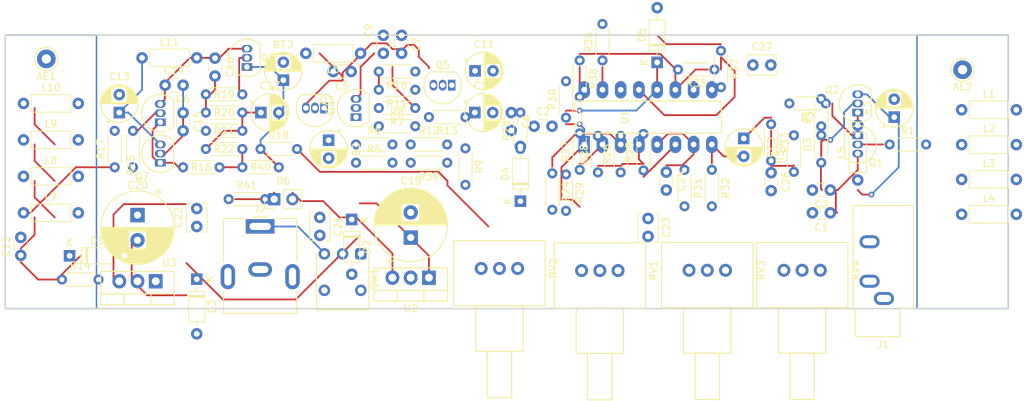
<source format=kicad_pcb>
(kicad_pcb (version 20221018) (generator pcbnew)
  (layers (0 "F.Cu" signal) (31 "B.Cu" signal) (34 "B.Paste" user) (35 "F.Paste" user) (36 "B.SilkS" user "B.Silkscreen") (37 "F.SilkS" user "F.Silkscreen") (38 "B.Mask" user) (39 "F.Mask" user) (44 "Edge.Cuts" user))
  (net 0 "")
  (net 1 "Net-(AE1-A)")
  (net 2 "Net-(AE2-A)")
  (net 3 "PitchAntenna")
  (net 4 "Detector")
  (net 5 "+12V")
  (net 6 "Net-(C3-Pad2)")
  (net 7 "Earth")
  (net 8 "Net-(Q3-C)")
  (net 9 "Net-(C9-Pad1)")
  (net 10 "Net-(C10-Pad1)")
  (net 11 "Net-(Q5-E)")
  (net 12 "Net-(D1-A)")
  (net 13 "Volume Antenna B")
  (net 14 "Net-(Q6-C)")
  (net 15 "Net-(Q7-B)")
  (net 16 "Net-(C16-Pad2)")
  (net 17 "Net-(Q8-E)")
  (net 18 "Net-(C17-Pad1)")
  (net 19 "Net-(D2-K)")
  (net 20 "Net-(D3-A)")
  (net 21 "-12V")
  (net 22 "Net-(U1C-+)")
  (net 23 "Net-(C24-Pad1)")
  (net 24 "Net-(C25-Pad1)")
  (net 25 "Net-(C25-Pad2)")
  (net 26 "Audio Out")
  (net 27 "Volume Antenna A")
  (net 28 "Net-(D1-K)")
  (net 29 "VAC")
  (net 30 "Net-(D5-K)")
  (net 31 "Net-(D5-A)")
  (net 32 "Net-(L1-Pad2)")
  (net 33 "Net-(L2-Pad2)")
  (net 34 "Net-(L3-Pad2)")
  (net 35 "Net-(L8-Pad2)")
  (net 36 "Net-(L10-Pad1)")
  (net 37 "Net-(Q1-E)")
  (net 38 "Net-(Q1-B)")
  (net 39 "Net-(Q2-B)")
  (net 40 "Net-(Q3-E)")
  (net 41 "Net-(Q3-B)")
  (net 42 "Net-(Q4-B)")
  (net 43 "Net-(Q5-B)")
  (net 44 "Net-(Q6-E)")
  (net 45 "Net-(Q6-B)")
  (net 46 "Net-(Q8-B)")
  (net 47 "Pitch Tuning")
  (net 48 "Volume Tuning")
  (net 49 "Net-(U1C--)")
  (net 50 "Brightness")
  (net 51 "Net-(U1C-DIODE_BIAS)")
  (net 52 "Waveform")
  (net 53 "Net-(R29-Pad1)")
  (net 54 "Net-(U1A-DIODE_BIAS)")
  (net 55 "Net-(R38-Pad2)")
  (net 58 "Net-(SW1-C)")
  (net 59 "Net-(D6-K)")
  (net 60 "Net-(C7-Pad2)")
  (footprint "Capacitor_THT:C_Disc_D3.0mm_W1.6mm_P2.50mm" (layer "F.Cu") (at 95.885 36.195 -90)
    (fp_text reference "C6")
    (fp_text value "22pF")
  )
  (footprint "Inductor_THT:L_Axial_L5.3mm_D2.2mm_P7.62mm_Horizontal_Vishay_IM-1" (layer "F.Cu") (at 27.94 40.005)
    (fp_text reference "L9")
    (fp_text value "5mH")
  )
  (footprint "Capacitor_THT:C_Disc_D3.8mm_W2.6mm_P2.50mm" (layer "F.Cu") (at 52.07 52.07 90)
    (fp_text reference "C22")
    (fp_text value "0.1uF")
  )
  (footprint "Button_Switch_THT:SW_Push_1P2T_Vertical_E-Switch_800UDP8P1A1M6" (layer "F.Cu") (at 74.93 55.88 -90)
    (fp_text reference "SW1")
    (fp_text value "SW_SPDT")
  )
  (footprint "Capacitor_THT:C_Disc_D3.0mm_W1.6mm_P2.50mm" (layer "F.Cu") (at 78.065 27.94 90)
    (fp_text reference "C9")
    (fp_text value "33pF")
  )
  (footprint "Resistor_THT:R_Axial_DIN0204_L3.6mm_D1.6mm_P5.08mm_Horizontal" (layer "F.Cu") (at 124.1825 30.2025 180)
    (fp_text reference "R35")
    (fp_text value "1.8M")
  )
  (footprint "Resistor_THT:R_Axial_DIN0204_L3.6mm_D1.6mm_P5.08mm_Horizontal" (layer "F.Cu") (at 120.015 44.1725 -90)
    (fp_text reference "R31")
    (fp_text value "4.7K")
  )
  (footprint "Capacitor_THT:CP_Radial_D5.0mm_P2.50mm" (layer "F.Cu") (at 90.837388 30.385)
    (fp_text reference "C11")
    (fp_text value "1uF")
  )
  (footprint "Resistor_THT:R_Axial_DIN0204_L3.6mm_D1.6mm_P5.08mm_Horizontal" (layer "F.Cu") (at 97.155 41.275 90)
    (fp_text reference "R23")
    (fp_text value "10K")
  )
  (footprint "Resistor_THT:R_Axial_DIN0204_L3.6mm_D1.6mm_P5.08mm_Horizontal" (layer "F.Cu") (at 111.125 44.53 90)
    (fp_text reference "R26")
    (fp_text value "R_US")
  )
  (footprint "Resistor_THT:R_Axial_DIN0204_L3.6mm_D1.6mm_P5.08mm_Horizontal" (layer "F.Cu") (at 132.08 37.8225 -90)
    (fp_text reference "R33")
    (fp_text value "4.7K")
  )
  (footprint "Potentiometer_THT:Potentiometer_Vishay_148-149_Single_Horizontal" (layer "F.Cu") (at 133.858 58.166 -90)
    (fp_text reference "RV4")
    (fp_text value "50K")
  )
  (footprint "Capacitor_THT:C_Disc_D3.8mm_W2.6mm_P2.50mm" (layer "F.Cu") (at 129.54 29.5675)
    (fp_text reference "C27")
    (fp_text value "0.1uF")
  )
  (footprint "Inductor_THT:L_Axial_L5.3mm_D2.2mm_P7.62mm_Horizontal_Vishay_IM-1" (layer "F.Cu") (at 27.94 45.085)
    (fp_text reference "L8")
    (fp_text value "2.5mH")
  )
  (footprint "Resistor_THT:R_Axial_DIN0204_L3.6mm_D1.6mm_P5.08mm_Horizontal" (layer "F.Cu") (at 108.585 28.9325 90)
    (fp_text reference "R36")
    (fp_text value "1.8M")
  )
  (footprint "Capacitor_THT:C_Disc_D3.0mm_W1.6mm_P2.50mm" (layer "F.Cu") (at 132.08 44.57 -90)
    (fp_text reference "C26")
    (fp_text value "0.01uF")
  )
  (footprint "Capacitor_THT:C_Disc_D3.8mm_W2.6mm_P2.50mm" (layer "F.Cu") (at 114.935 50.945 -90)
    (fp_text reference "C23")
    (fp_text value "4700pF")
  )
  (footprint "Resistor_THT:R_Axial_DIN0204_L3.6mm_D1.6mm_P5.08mm_Horizontal" (layer "F.Cu") (at 58.42 41.275 180)
    (fp_text reference "R22")
    (fp_text value "10K")
  )
  (footprint "Resistor_THT:R_Axial_DIN0204_L3.6mm_D1.6mm_P5.08mm_Horizontal" (layer "F.Cu") (at 77.43 38.1)
    (fp_text reference "R8")
    (fp_text value "1K")
  )
  (footprint "Connector_Audio:Jack_3.5mm_CUI_SJ1-3533NG_Horizontal" (layer "F.Cu") (at 147.796 62.09 180)
    (fp_text reference "J1")
    (fp_text value "Audio Out")
  )
  (footprint "Capacitor_THT:CP_Radial_D5.0mm_P2.50mm" (layer "F.Cu") (at 64.135 31.677613 90)
    (fp_text reference "C18")
    (fp_text value "1uF")
  )
  (footprint "Package_TO_SOT_THT:TO-220-3_Vertical" (layer "F.Cu") (at 84.410838 59.197 180)
    (fp_text reference "U2")
    (fp_text value "L7812")
  )
  (footprint "Potentiometer_THT:Potentiometer_Vishay_148-149_Single_Horizontal" (layer "F.Cu") (at 120.65 58.166 -90)
    (fp_text reference "RV3")
    (fp_text value "50K")
  )
  (footprint "Resistor_THT:R_Axial_DIN0204_L3.6mm_D1.6mm_P5.08mm_Horizontal" (layer "F.Cu") (at 105.41 44.1725 90)
    (fp_text reference "R27")
    (fp_text value "100K")
  )
  (footprint "Package_TO_SOT_THT:TO-92_Inline" (layer "F.Cu") (at 87.59 32.385 180)
    (fp_text reference "Q5")
    (fp_text value "2N3904")
  )
  (footprint "Inductor_THT:L_Axial_L5.3mm_D2.2mm_P7.62mm_Horizontal_Vishay_IM-1" (layer "F.Cu") (at 144.145 45.59 90)
    (fp_text reference "L5")
    (fp_text value "100uH")
  )
  (footprint "Capacitor_THT:C_Disc_D3.0mm_W1.6mm_P2.50mm" (layer "F.Cu") (at 140.335 46.99 180)
    (fp_text reference "C3")
    (fp_text value "0.01uF")
  )
  (footprint "Connector_Pin:Pin_D1.3mm_L11.0mm" (layer "F.Cu") (at 31.115 28.72)
    (fp_text reference "AE1")
    (fp_text value "Antenna")
  )
  (footprint "Resistor_THT:R_Axial_DIN0204_L3.6mm_D1.6mm_P5.08mm_Horizontal" (layer "F.Cu") (at 40.64 43.815 90)
    (fp_text reference "R17")
    (fp_text value "470")
  )
  (footprint "Capacitor_THT:C_Disc_D3.0mm_W1.6mm_P2.50mm" (layer "F.Cu") (at 140.335 50.165 180)
    (fp_text reference "C1")
    (fp_text value "22pF")
  )
  (footprint "Package_TO_SOT_THT:TO-220-3_Vertical" (layer "F.Cu") (at 46.355 59.69 180)
    (fp_text reference "U3")
    (fp_text value "L7912")
  )
  (footprint "Resistor_THT:R_Axial_DIN0204_L3.6mm_D1.6mm_P5.08mm_Horizontal" (layer "F.Cu") (at 125.095 27.5825 -90)
    (fp_text reference "R37")
    (fp_text value "4.7M")
  )
  (footprint "Resistor_THT:R_Axial_DIN0204_L3.6mm_D1.6mm_P5.08mm_Horizontal" (layer "F.Cu") (at 139.065 39.37 90)
    (fp_text reference "R4")
    (fp_text value "1K")
  )
  (footprint "Capacitor_THT:C_Disc_D3.0mm_W1.6mm_P2.50mm" (layer "F.Cu") (at 54.61 28.615 -90)
    (fp_text reference "C16")
    (fp_text value "22pF")
  )
  (footprint "Diode_THT:D_DO-35_SOD27_P7.62mm_Horizontal" (layer "F.Cu") (at 34.356 56.152)
    (fp_text reference "D1")
    (fp_text value "1N4148")
  )
  (footprint "Resistor_THT:R_Axial_DIN0204_L3.6mm_D1.6mm_P5.08mm_Horizontal" (layer "F.Cu") (at 139.7 34.925 180)
    (fp_text reference "R2")
    (fp_text value "2.2K")
  )
  (footprint "Capacitor_THT:C_Disc_D3.0mm_W1.6mm_P2.50mm" (layer "F.Cu") (at 47.665 32.385)
    (fp_text reference "C14")
    (fp_text value "2200pF")
  )
  (footprint "Capacitor_THT:CP_Radial_D5.0mm_P2.50mm" (layer "F.Cu") (at 41.275 36.195 90)
    (fp_text reference "C13")
    (fp_text value "1uF")
  )
  (footprint "MountingHole:MountingHole_2.1mm" (layer "F.Cu") (at 40.64 28.575)
    (fp_text reference "REF**" hide)
    (fp_text value "MountingHole_2.1mm" hide)
  )
  (footprint "Capacitor_THT:C_Disc_D3.8mm_W2.6mm_P2.50mm" (layer "F.Cu") (at 69.215 50.8 -90)
    (fp_text reference "C21")
    (fp_text value "0.1uF")
  )
  (footprint "Capacitor_THT:CP_Radial_D5.0mm_P2.50mm" (layer "F.Cu") (at 90.805 36.195)
    (fp_text reference "C10")
    (fp_text value "1uF")
  )
  (footprint "Potentiometer_THT:Potentiometer_Vishay_148-149_Single_Horizontal" (layer "F.Cu") (at 105.679 58.203 -90)
    (fp_text reference "RV1")
    (fp_text value "5K")
  )
  (footprint "Capacitor_THT:CP_Radial_D5.0mm_P2.50mm" (layer "F.Cu") (at 149.225 36.83 90)
    (fp_text reference "C4")
    (fp_text value "1uF")
  )
  (footprint "Inductor_THT:L_Axial_L5.3mm_D2.2mm_P7.62mm_Horizontal_Vishay_IM-1" (layer "F.Cu") (at 27.94 34.925)
    (fp_text reference "L10")
    (fp_text value "5mH")
  )
  (footprint "Connector_Pin:Pin_D1.3mm_L11.0mm" (layer "F.Cu") (at 158.75 30.226)
    (fp_text reference "AE2")
    (fp_text value "Antenna")
  )
  (footprint "MountingHole:MountingHole_2.1mm" (layer "F.Cu") (at 149.606 45.974)
    (fp_text reference "REF**" hide)
    (fp_text value "MountingHole_2.1mm" hide)
  )
  (footprint "Capacitor_THT:CP_Radial_D5.0mm_P2.50mm" (layer "F.Cu") (at 128.27 39.799888 -90)
    (fp_text reference "C25")
    (fp_text value "1uF")
  )
  (footprint "Resistor_THT:R_Axial_DIN0204_L3.6mm_D1.6mm_P5.08mm_Horizontal" (layer "F.Cu") (at 56.515 48.26)
    (fp_text reference "R41")
    (fp_text value "R_US")
  )
  (footprint "Capacitor_THT:C_Disc_D3.0mm_W1.6mm_P2.50mm" (layer "F.Cu") (at 50.165 36.235 -90)
    (fp_text reference "C15")
    (fp_text value "0.01uF")
  )
  (footprint "Potentiometer_THT:Potentiometer_Vishay_148-149_Single_Horizontal" (layer "F.Cu") (at 91.694 57.912 -90)
    (fp_text reference "RV2")
    (fp_text value "5K")
  )
  (footprint "Resistor_THT:R_Axial_DIN0204_L3.6mm_D1.6mm_P5.08mm_Horizontal" (layer "F.Cu") (at 33.2975 59.454)
    (fp_text reference "R14")
    (fp_text value "560K")
  )
  (footprint "MountingHole:MountingHole_2.1mm" (layer "F.Cu") (at 149.352 28.194)
    (fp_text reference "REF**" hide)
    (fp_text value "MountingHole_2.1mm" hide)
  )
  (footprint "Capacitor_THT:CP_Radial_D5.0mm_P2.50mm" (layer "F.Cu") (at 70.445 40.045 -90)
    (fp_text reference "C8")
    (fp_text value "1uF")
  )
  (footprint "Resistor_THT:R_Axial_DIN0204_L3.6mm_D1.6mm_P5.08mm_Horizontal" (layer "F.Cu") (at 60.96 41.275)
    (fp_text reference "R18")
    (fp_text value "2.7K")
  )
  (footprint "Capacitor_THT:C_Disc_D3.0mm_W1.6mm_P2.50mm" (layer "F.Cu") (at 73.58 30.48 180)
    (fp_text reference "C5")
    (fp_text value "3900pF")
  )
  (footprint "Inductor_THT:L_Axial_L5.3mm_D2.2mm_P7.62mm_Horizontal_Vishay_IM-1" (layer "F.Cu") (at 158.62 50.364)
    (fp_text reference "L4")
    (fp_text value "10mH")
  )
  (footprint "Resistor_THT:R_Axial_DIN0204_L3.6mm_D1.6mm_P5.08mm_Horizontal" (layer "F.Cu") (at 101.6 44.657 -90)
    (fp_text reference "R24")
    (fp_text value "4.7K")
  )
  (footprint "Resistor_THT:R_Axial_DIN0204_L3.6mm_D1.6mm_P5.08mm_Horizontal" (layer "F.Cu") (at 74.255 40.64)
    (fp_text reference "R6")
    (fp_text value "2.2K")
  )
  (footprint "Inductor_THT:L_Axial_L5.3mm_D2.2mm_P7.62mm_Horizontal_Vishay_IM-1" (layer "F.Cu") (at 158.62 35.814)
    (fp_text reference "L1")
    (fp_text value "10mH")
  )
  (footprint "Resistor_THT:R_Axial_DIN0204_L3.6mm_D1.6mm_P5.08mm_Horizontal" (layer "F.Cu") (at 103.505 36.91 90)
    (fp_text reference "R30")
    (fp_text value "47K")
  )
  (footprint "Resistor_THT:R_Axial_DIN0204_L3.6mm_D1.6mm_P5.08mm_Horizontal" (layer "F.Cu") (at 58.42 33.655 180)
    (fp_text reference "R19")
    (fp_text value "470")
  )
  (footprint "Capacitor_THT:CP_Radial_D10.0mm_P3.50mm" (layer "F.Cu") (at 81.870838 53.609 90)
    (fp_text reference "C19")
    (fp_text value "2200uF")
  )
  (footprint "Diode_THT:D_DO-35_SOD27_P7.62mm_Horizontal" (layer "F.Cu") (at 97.155 48.5375 90)
    (fp_text reference "D4")
    (fp_text value "1N4148")
  )
  (footprint "Resistor_THT:R_Axial_DIN0204_L3.6mm_D1.6mm_P5.08mm_Horizontal" (layer "F.Cu") (at 105.41 28.9325 -90)
    (fp_text reference "R38")
    (fp_text value "47K")
  )
  (footprint "Capacitor_THT:C_Disc_D3.0mm_W1.6mm_P2.50mm" (layer "F.Cu") (at 80.605 25.44 -90)
    (fp_text reference "C7")
    (fp_text value "0.01uF")
  )
  (footprint "Package_TO_SOT_THT:TO-92_Inline" (layer "F.Cu") (at 46.99 43.186879 90)
    (fp_text reference "Q7")
    (fp_text value "2N3904")
  )
  (footprint "Inductor_THT:L_Axial_L5.3mm_D2.2mm_P7.62mm_Horizontal_Vishay_IM-1" (layer "F.Cu") (at 27.94 50.165)
    (fp_text reference "L7")
    (fp_text value "2.5mH")
  )
  (footprint "Resistor_THT:R_Axial_DIN0204_L3.6mm_D1.6mm_P5.08mm_Horizontal" (layer "F.Cu") (at 107.95 44.53 90)
    (fp_text reference "R28")
    (fp_text value "150K")
  )
  (footprint "Resistor_THT:R_Axial_DIN0204_L3.6mm_D1.6mm_P5.08mm_Horizontal" (layer "F.Cu") (at 89.495 36.83 180)
    (fp_text reference "R13")
    (fp_text value "2.5K")
  )
  (footprint "Resistor_THT:R_Axial_DIN0204_L3.6mm_D1.6mm_P5.08mm_Horizontal" (layer "F.Cu") (at 53.34 38.735)
    (fp_text reference "R21")
    (fp_text value "2.2K")
  )
  (footprint "Package_TO_SOT_THT:TO-92_Inline" (layer "F.Cu") (at 69.81 35.56 180)
    (fp_text reference "Q3")
    (fp_text value "2N3904")
  )
  (footprint "Package_TO_SOT_THT:TO-92_Inline" (layer "F.Cu") (at 46.99 37.543541 90)
    (fp_text reference "Q6")
    (fp_text value "2N3904")
  )
  (footprint "Resistor_THT:R_Axial_DIN0204_L3.6mm_D1.6mm_P5.08mm_Horizontal" (layer "F.Cu") (at 58.42 36.195 180)
    (fp_text reference "R20")
    (fp_text value "33")
  )
  (footprint "Resistor_THT:R_Axial_DIN0204_L3.6mm_D1.6mm_P5.08mm_Horizontal" (layer "F.Cu") (at 139.065 43.18 90)
    (fp_text reference "R3")
    (fp_text value "47K")
  )
  (footprint "Resistor_THT:R_Axial_DIN0204_L3.6mm_D1.6mm_P5.08mm_Horizontal" (layer "F.Cu") (at 89.495 41.18 -90)
    (fp_text reference "R9")
    (fp_text value "10K")
  )
  (footprint "Resistor_THT:R_Axial_DIN0204_L3.6mm_D1.6mm_P5.08mm_Horizontal" (layer "F.Cu") (at 74.255 43.18)
    (fp_text reference "R5")
    (fp_text value "1K")
  )
  (footprint "Diode_THT:D_DO-35_SOD27_P7.62mm_Horizontal" (layer "F.Cu") (at 116.205 29.21 90)
    (fp_text reference "D5")
    (fp_text value "1N4148")
  )
  (footprint "Package_TO_SOT_THT:TO-92_Inline" (layer "F.Cu") (at 144.145 36.195 90)
    (fp_text reference "Q2")
    (fp_text value "2N3904")
  )
  (footprint "Resistor_THT:R_Axial_DIN0204_L3.6mm_D1.6mm_P5.08mm_Horizontal" (layer "F.Cu") (at 135.255 44.45 90)
    (fp_text reference "R34")
    (fp_text value "4.7K")
  )
  (footprint "Resistor_THT:R_Axial_DIN0204_L3.6mm_D1.6mm_P5.08mm_Horizontal" (layer "F.Cu") (at 63.5 43.815 180)
    (fp_text reference "R40")
    (fp_text value "10K")
  )
  (footprint "Resistor_THT:R_Axial_DIN0204_L3.6mm_D1.6mm_P5.08mm_Horizontal" (layer "F.Cu") (at 123.825 44.1725 -90)
    (fp_text reference "R32")
    (fp_text value "4.7K")
  )
  (footprint "Resistor_THT:R_Axial_DIN0204_L3.6mm_D1.6mm_P5.08mm_Horizontal" (layer "F.Cu") (at 82.51 30.48 180)
    (fp_text reference "R10")
    (fp_text value "470")
  )
  (footprint "Package_TO_SOT_THT:TO-92_Inline" (layer "F.Cu") (at 74.255 36.83 90)
    (fp_text reference "Q4")
    (fp_text value "2N3904")
  )
  (footprint "Resistor_THT:R_Axial_DIN0204_L3.6mm_D1.6mm_P5.08mm_Horizontal" (layer "F.Cu") (at 103.505 44.8075 -90)
    (fp_text reference "R29")
    (fp_text value "100K")
  )
  (footprint "Package_DIP:DIP-16_W7.62mm_LongPads" (layer "F.Cu") (at 106.045 40.64 90)
    (fp_text reference "U1")
    (fp_text value "LM13600")
  )
  (footprint "Resistor_THT:R_Axial_DIN0204_L3.6mm_D1.6mm_P5.08mm_Horizontal" (layer "F.Cu") (at 86.955 43.18 180)
    (fp_text reference "R39")
    (fp_text value "10K")
  )
  (footprint "Inductor_THT:L_Axial_L5.3mm_D2.2mm_P7.62mm_Horizontal_Vishay_IM-1" (layer "F.Cu") (at 158.62 45.514)
    (fp_text reference "L3")
    (fp_text value "10mH")
  )
  (footprint "Resistor_THT:R_Axial_DIN0204_L3.6mm_D1.6mm_P5.08mm_Horizontal" (layer "F.Cu") (at 82.51 35.56 180)
    (fp_text reference "R7")
    (fp_text value "47K")
  )
  (footprint "Resistor_THT:R_Axial_DIN0204_L3.6mm_D1.6mm_P5.08mm_Horizontal" (layer "F.Cu") (at 114.3 44.2525 90)
    (fp_text reference "R25")
    (fp_text value "330K")
  )
  (footprint "Capacitor_THT:CP_Radial_D5.0mm_P2.50mm" (layer "F.Cu") (at 61 36.195)
    (fp_text reference "C17")
    (fp_text value "1uF")
  )
  (footprint "Package_TO_SOT_THT:TO-92_Inline" (layer "F.Cu") (at 59.055 29.845 90)
    (fp_text reference "Q8")
    (fp_text value "2N3904")
  )
  (footprint "Connector_PinHeader_2.54mm:PinHeader_1x02_P2.54mm_Vertical" (layer "F.Cu") (at 62.86 48.26 90)
    (fp_text reference "D6")
    (fp_text value "LED")
  )
  (footprint "Capacitor_THT:CP_Radial_D10.0mm_P3.50mm" (layer "F.Cu") (at 43.815 50.475 -90)
    (fp_text reference "C20")
    (fp_text value "2200uF")
  )
  (footprint "Resistor_THT:R_Axial_DIN0204_L3.6mm_D1.6mm_P5.08mm_Horizontal" (layer "F.Cu") (at 43.18 38.735 -90)
    (fp_text reference "R15")
    (fp_text value "470")
  )
  (footprint "Resistor_THT:R_Axial_DIN0204_L3.6mm_D1.6mm_P5.08mm_Horizontal" (layer "F.Cu") (at 82.51 33.02 180)
    (fp_text reference "R11")
    (fp_text value "33")
  )
  (footprint "Package_TO_SOT_THT:TO-92_Inline" (layer "F.Cu") (at 144.145 39.37 -90)
    (fp_text reference "Q1")
    (fp_text value "2N3904")
  )
  (footprint "Inductor_THT:L_Axial_L5.3mm_D2.2mm_P7.62mm_Horizontal_Vishay_IM-1" (layer "F.Cu") (at 158.62 40.664)
    (fp_text reference "L2")
    (fp_text value "10mH")
  )
  (footprint "Capacitor_THT:C_Disc_D3.0mm_W1.6mm_P2.50mm" (layer "F.Cu") (at 99.06 38.1)
    (fp_text reference "C2")
    (fp_text value "3900pF")
  )
  (footprint "Connector_BarrelJack:BarrelJack_CUI_PJ-063AH_Horizontal" (layer "F.Cu") (at 60.905 52.055)
    (fp_text reference "J2")
    (fp_text value "12VAC")
  )
  (footprint "Resistor_THT:R_Axial_DIN0204_L3.6mm_D1.6mm_P5.08mm_Horizontal" (layer "F.Cu") (at 148.59 40.64)
    (fp_text reference "R1")
    (fp_text value "1K")
  )
  (footprint "Diode_THT:D_DO-35_SOD27_P7.62mm_Horizontal" (layer "F.Cu") (at 52.07 59.4 -90)
    (fp_text reference "D3")
    (fp_text value "1N4001")
  )
  (footprint "Resistor_THT:R_Axial_DIN0204_L3.6mm_D1.6mm_P5.08mm_Horizontal" (layer "F.Cu") (at 50.165 43.815)
    (fp_text reference "R16")
    (fp_text value "2.2K")
  )
  (footprint "Capacitor_THT:C_Disc_D3.0mm_W1.6mm_P2.50mm" (layer "F.Cu") (at 27.559 56.086 90)
    (fp_text reference "C12")
    (fp_text value "1000pF")
  )
  (footprint "Diode_THT:D_DO-35_SOD27_P7.62mm_Horizontal" (layer "F.Cu") (at 73.66 51.092677 -90)
    (fp_text reference "D2")
    (fp_text value "1N4001")
  )
  (footprint "Inductor_THT:L_Axial_L5.3mm_D2.2mm_P7.62mm_Horizontal_Vishay_IM-1" (layer "F.Cu") (at 74.89 27.94 180)
    (fp_text reference "L6")
    (fp_text value "L")
  )
  (footprint "Resistor_THT:R_Axial_DIN0204_L3.6mm_D1.6mm_P5.08mm_Horizontal" (layer "F.Cu") (at 81.875 40.64)
    (fp_text reference "R12")
    (fp_text value "10K")
  )
  (footprint "Capacitor_THT:C_Disc_D3.0mm_W1.6mm_P2.50mm" (layer "F.Cu") (at 117.475 44.4875 -90)
    (fp_text reference "C24")
    (fp_text value "0.01uF")
  )
  (footprint "Inductor_THT:L_Axial_L5.3mm_D2.2mm_P7.62mm_Horizontal_Vishay_IM-1" (layer "F.Cu") (at 44.45 28.575)
    (fp_text reference "L11")
    (fp_text value "68uH")
  )
  (gr_rect (start 152.4 25.4) (end 165.1 63.5) (stroke (width 0.2)) (fill none) (layer "B.Cu"))
  (gr_rect (start 25.4 25.4) (end 38.1 63.5) (stroke (width 0.2)) (fill none) (layer "B.Cu"))
  (gr_rect (start 25.4 25.4) (end 165.1 63.5) (stroke (width 0.2)) (fill none) (layer "Edge.Cuts"))
  (segment (start 141.097 46.99) (end 141.097 49.977) (width 0.25) (layer "F.Cu") (net 3))
  (segment (start 144.151 44.196) (end 144.145 44.19) (width 0.25) (layer "F.Cu") (net 3))
  (segment (start 141.097 49.977) (end 141.285 50.165) (width 0.25) (layer "F.Cu") (net 3))
  (segment (start 144.145 44.19) (end 144.145 41.91) (width 0.25) (layer "F.Cu") (net 3))
  (segment (start 144.145 44.19) (end 141.345 46.99) (width 0.25) (layer "F.Cu") (net 3))
  (segment (start 141.345 46.99) (end 141.097 46.99) (width 0.25) (layer "F.Cu") (net 3))
  (segment (start 123.27 30.2025) (end 121.5625 30.2025) (width 0.25) (layer "F.Cu") (net 5))
  (segment (start 116.6326 28.02) (end 118.745 30.1324) (width 0.25) (layer "F.Cu") (net 5))
  (segment (start 74.89 29.845) (end 74.89 31.75) (width 0.25) (layer "F.Cu") (net 5))
  (segment (start 76.795 27.94) (end 74.89 29.845) (width 0.25) (layer "F.Cu") (net 5))
  (segment (start 69.678838 48.529) (end 66.589 48.529) (width 0.25) (layer "F.Cu") (net 5))
  (segment (start 66.589 48.529) (end 65.4 47.34) (width 0.25) (layer "F.Cu") (net 5))
  (segment (start 146.05 47.625) (end 144.78 47.625) (width 0.25) (layer "F.Cu") (net 5))
  (segment (start 74.295 50.8) (end 71.949838 50.8) (width 0.25) (layer "F.Cu") (net 5))
  (segment (start 105.41 28.02) (end 108.585 28.02) (width 0.25) (layer "F.Cu") (net 5))
  (segment (start 118.745 30.1324) (end 118.745 33.02) (width 0.25) (layer "F.Cu") (net 5))
  (segment (start 79.330838 59.197) (end 79.330838 55.835838) (width 0.25) (layer "F.Cu") (net 5))
  (segment (start 71.949838 50.8) (end 69.678838 48.529) (width 0.25) (layer "F.Cu") (net 5))
  (segment (start 74.89 31.75) (end 74.89 33.655) (width 0.25) (layer "F.Cu") (net 5))
  (segment (start 144.78 47.625) (end 144.145 46.99) (width 0.25) (layer "F.Cu") (net 5))
  (segment (start 74.89 33.655) (end 74.255 34.29) (width 0.25) (layer "F.Cu") (net 5))
  (segment (start 121.5625 30.2025) (end 118.745 33.02) (width 0.25) (layer "F.Cu") (net 5))
  (segment (start 108.585 28.02) (end 116.6326 28.02) (width 0.25) (layer "F.Cu") (net 5))
  (segment (start 79.330838 55.835838) (end 74.295 50.8) (width 0.25) (layer "F.Cu") (net 5))
  (via (at 146.05 47.625) (size 0.8) (drill 0.4) (layers "F.Cu" "B.Cu") (net 5))
  (segment (start 44.45 33.02) (end 41.275 36.195) (width 0.25) (layer "B.Cu") (net 5))
  (segment (start 41.275 36.195) (end 42.538121 36.195) (width 0.25) (layer "B.Cu") (net 5))
  (segment (start 149.225 36.83) (end 149.86 37.465) (width 0.25) (layer "B.Cu") (net 5))
  (segment (start 144.145 33.655) (end 145.415 33.655) (width 0.25) (layer "B.Cu") (net 5))
  (segment (start 149.86 43.815) (end 146.05 47.625) (width 0.25) (layer "B.Cu") (net 5))
  (segment (start 42.538121 36.195) (end 46.99 40.646879) (width 0.25) (layer "B.Cu") (net 5))
  (segment (start 149.86 37.465) (end 149.86 43.815) (width 0.25) (layer "B.Cu") (net 5))
  (segment (start 148.59 36.83) (end 149.225 36.83) (width 0.25) (layer "B.Cu") (net 5))
  (segment (start 145.415 33.655) (end 148.59 36.83) (width 0.25) (layer "B.Cu") (net 5))
  (segment (start 44.45 28.575) (end 44.45 33.02) (width 0.25) (layer "B.Cu") (net 5))
  (segment (start 139.018 46.811) (end 139.197 46.99) (width 0.25) (layer "F.Cu") (net 6))
  (segment (start 139.018 43.688) (end 139.018 46.811) (width 0.25) (layer "F.Cu") (net 6))
  (segment (start 60.883838 60.767677) (end 60.839515 60.812) (width 0.25) (layer "F.Cu") (net 7))
  (segment (start 82.967996 28.397996) (end 84.415 29.845) (width 0.25) (layer "F.Cu") (net 8))
  (segment (start 84.415 29.845) (end 84.415 30.025) (width 0.25) (layer "F.Cu") (net 8))
  (segment (start 82.340991 26.775) (end 83 27.434009) (width 0.25) (layer "F.Cu") (net 8))
  (segment (start 79.335 27.345) (end 80.839009 27.345) (width 0.25) (layer "F.Cu") (net 8))
  (segment (start 69.175 27.94) (end 72.39 31.155) (width 0.25) (layer "F.Cu") (net 8))
  (segment (start 72.39 31.75) (end 72.39 30.61863) (width 0.25) (layer "F.Cu") (net 8))
  (segment (start 67.27 35.01) (end 67.27 35.56) (width 0.25) (layer "F.Cu") (net 8))
  (segment (start 72.39 30.61863) (end 76.463629 26.545001) (width 0.25) (layer "F.Cu") (net 8))
  (segment (start 70.53 31.75) (end 67.27 35.01) (width 0.25) (layer "F.Cu") (net 8))
  (segment (start 78.535001 26.545001) (end 79.335 27.345) (width 0.25) (layer "F.Cu") (net 8))
  (segment (start 72.39 31.155) (end 72.39 31.75) (width 0.25) (layer "F.Cu") (net 8))
  (segment (start 83 28.365991) (end 82.967996 28.397996) (width 0.25) (layer "F.Cu") (net 8))
  (segment (start 81.409009 26.775) (end 82.340991 26.775) (width 0.25) (layer "F.Cu") (net 8))
  (segment (start 83 27.434009) (end 83 28.365991) (width 0.25) (layer "F.Cu") (net 8))
  (segment (start 80.839009 27.345) (end 81.409009 26.775) (width 0.25) (layer "F.Cu") (net 8))
  (segment (start 72.39 31.75) (end 70.53 31.75) (width 0.25) (layer "F.Cu") (net 8))
  (segment (start 76.463629 26.545001) (end 78.535001 26.545001) (width 0.25) (layer "F.Cu") (net 8))
  (segment (start 77.43 30.48) (end 77.43 33.02) (width 0.25) (layer "F.Cu") (net 9))
  (segment (start 29.977 59.454) (end 32.385 59.454) (width 0.25) (layer "F.Cu") (net 12))
  (segment (start 32.385 59.454) (end 32.567 59.454) (width 0.25) (layer "F.Cu") (net 12))
  (segment (start 27.559 57.036) (end 29.977 59.454) (width 0.25) (layer "F.Cu") (net 12))
  (segment (start 32.567 59.454) (end 35.869 56.152) (width 0.25) (layer "F.Cu") (net 12))
  (segment (start 29.483 45.72) (end 29.483 48) (width 0.25) (layer "F.Cu") (net 13))
  (segment (start 40.64 43.815) (end 35.239009 43.815) (width 0.25) (layer "F.Cu") (net 13))
  (segment (start 35.239009 43.815) (end 28.889009 50.165) (width 0.25) (layer "F.Cu") (net 13))
  (segment (start 29.483 48) (end 32.283 50.8) (width 0.25) (layer "F.Cu") (net 13))
  (segment (start 29.483 50.8) (end 29.483 53.212) (width 0.25) (layer "F.Cu") (net 13))
  (segment (start 29.483 53.212) (end 27.559 55.136) (width 0.25) (layer "F.Cu") (net 13))
  (segment (start 28.889009 50.165) (end 27.94 50.165) (width 0.25) (layer "F.Cu") (net 13))
  (segment (start 47.625 34.368541) (end 47.625 32.064009) (width 0.25) (layer "F.Cu") (net 14))
  (segment (start 56.515 27.305) (end 59.055 27.305) (width 0.25) (layer "F.Cu") (net 14))
  (segment (start 46.99 35.003541) (end 47.625 34.368541) (width 0.25) (layer "F.Cu") (net 14))
  (segment (start 47.625 32.064009) (end 51.114009 28.575) (width 0.25) (layer "F.Cu") (net 14))
  (segment (start 51.114009 28.575) (end 52.07 28.575) (width 0.25) (layer "F.Cu") (net 14))
  (segment (start 53.975 28.575) (end 54.61 29.21) (width 0.25) (layer "F.Cu") (net 14))
  (segment (start 52.07 28.575) (end 53.975 28.575) (width 0.25) (layer "F.Cu") (net 14))
  (segment (start 54.61 29.21) (end 56.515 27.305) (width 0.25) (layer "F.Cu") (net 14))
  (segment (start 50.165 39.41) (end 50.165 36.79) (width 0.25) (layer "F.Cu") (net 15))
  (segment (start 46.99 41.916879) (end 47.658121 41.916879) (width 0.25) (layer "F.Cu") (net 15))
  (segment (start 47.658121 41.916879) (end 50.165 39.41) (width 0.25) (layer "F.Cu") (net 15))
  (segment (start 50.165 36.235) (end 50.165 32.385) (width 0.25) (layer "B.Cu") (net 15))
  (segment (start 54.61 33.02) (end 53.34 34.29) (width 0.25) (layer "F.Cu") (net 16))
  (segment (start 54.61 31.71) (end 54.61 33.02) (width 0.25) (layer "F.Cu") (net 16))
  (segment (start 53.34 34.29) (end 53.34 36.83) (width 0.25) (layer "F.Cu") (net 16))
  (segment (start 60.96 41.275) (end 63.5 43.815) (width 0.25) (layer "F.Cu") (net 17))
  (segment (start 63.5 43.815) (end 63.5 44.45) (width 0.25) (layer "F.Cu") (net 17))
  (segment (start 63.5 37.465) (end 60.96 40.005) (width 0.25) (layer "B.Cu") (net 17))
  (segment (start 60.96 40.005) (end 60.96 41.275) (width 0.25) (layer "B.Cu") (net 17))
  (segment (start 59.055 29.845) (end 62.302387 29.845) (width 0.25) (layer "B.Cu") (net 17))
  (segment (start 63.5 36.195) (end 63.5 37.465) (width 0.25) (layer "B.Cu") (net 17))
  (segment (start 64.135 31.677613) (end 64.135 35.56) (width 0.25) (layer "B.Cu") (net 17))
  (segment (start 64.135 35.56) (end 63.5 36.195) (width 0.25) (layer "B.Cu") (net 17))
  (segment (start 62.302387 29.845) (end 64.135 31.677613) (width 0.25) (layer "B.Cu") (net 17))
  (segment (start 58.42 38.735) (end 55.88 38.735) (width 0.25) (layer "F.Cu") (net 18))
  (segment (start 58.42 36.195) (end 58.42 38.735) (width 0.25) (layer "F.Cu") (net 18))
  (segment (start 61 36.195) (end 58.42 36.195) (width 0.25) (layer "F.Cu") (net 18))
  (segment (start 55.88 38.735) (end 53.34 41.275) (width 0.25) (layer "F.Cu") (net 18))
  (segment (start 84.410838 56.149) (end 81.870838 53.609) (width 0.25) (layer "F.Cu") (net 19))
  (segment (start 77.104515 48.842677) (end 81.870838 53.609) (width 0.25) (layer "F.Cu") (net 19))
  (segment (start 84.410838 59.197) (end 84.410838 56.149) (width 0.25) (layer "F.Cu") (net 19))
  (segment (start 74.758838 48.842677) (end 77.104515 48.842677) (width 0.25) (layer "F.Cu") (net 19))
  (segment (start 43.008838 54.012677) (end 43.008838 59.487) (width 0.25) (layer "F.Cu") (net 20))
  (segment (start 43.008838 59.487) (end 45.174515 61.652677) (width 0.25) (layer "F.Cu") (net 20))
  (segment (start 45.174515 61.652677) (end 50.628838 61.652677) (width 0.25) (layer "F.Cu") (net 20))
  (segment (start 58.42 43.815) (end 55.88 43.815) (width 0.25) (layer "F.Cu") (net 21))
  (segment (start 40.468838 59.487) (end 40.468838 50.402677) (width 0.25) (layer "F.Cu") (net 21))
  (segment (start 58.42 41.91) (end 58.42 43.815) (width 0.25) (layer "F.Cu") (net 21))
  (segment (start 118.745 40.72) (end 114.3 45.165) (width 0.25) (layer "F.Cu") (net 21))
  (segment (start 41.918838 48.952677) (end 50.628838 48.952677) (width 0.25) (layer "F.Cu") (net 21))
  (segment (start 118.745 40.64) (end 118.745 40.72) (width 0.25) (layer "F.Cu") (net 21))
  (segment (start 40.468838 50.402677) (end 41.918838 48.952677) (width 0.25) (layer "F.Cu") (net 21))
  (segment (start 109.6 39.115) (end 104.92 39.115) (width 0.25) (layer "F.Cu") (net 22))
  (segment (start 111.125 40.64) (end 109.6 39.115) (width 0.25) (layer "F.Cu") (net 22))
  (segment (start 104.92 39.115) (end 101.6 42.435) (width 0.25) (layer "F.Cu") (net 22))
  (segment (start 101.6 42.435) (end 101.6 43.7445) (width 0.25) (layer "F.Cu") (net 22))
  (segment (start 117.73 39.115) (end 119.76 39.115) (width 0.25) (layer "F.Cu") (net 23))
  (segment (start 116.205 40.64) (end 117.73 39.115) (width 0.25) (layer "F.Cu") (net 23))
  (segment (start 121.285 41.99) (end 120.015 43.26) (width 0.25) (layer "F.Cu") (net 23))
  (segment (start 119.7375 43.5375) (end 120.015 43.26) (width 0.25) (layer "F.Cu") (net 23))
  (segment (start 121.285 40.64) (end 121.285 41.99) (width 0.25) (layer "F.Cu") (net 23))
  (segment (start 117.475 43.5375) (end 119.7375 43.5375) (width 0.25) (layer "F.Cu") (net 23))
  (segment (start 119.76 39.115) (end 121.285 40.64) (width 0.25) (layer "F.Cu") (net 23))
  (segment (start 128.27 39.799888) (end 131.159888 36.91) (width 0.25) (layer "F.Cu") (net 24))
  (segment (start 131.159888 36.91) (end 132.08 36.91) (width 0.25) (layer "F.Cu") (net 24))
  (segment (start 128.27 42.299888) (end 125.484888 42.299888) (width 0.25) (layer "F.Cu") (net 25))
  (segment (start 123.825 43.26) (end 123.825 40.64) (width 0.25) (layer "F.Cu") (net 25))
  (segment (start 125.484888 42.299888) (end 123.825 40.64) (width 0.25) (layer "F.Cu") (net 25))
  (segment (start 132.08 43.62) (end 135.1725 43.62) (width 0.25) (layer "F.Cu") (net 26))
  (segment (start 135.1725 43.62) (end 135.255 43.5375) (width 0.25) (layer "F.Cu") (net 26))
  (segment (start 132.08 38.735) (end 132.08 43.62) (width 0.25) (layer "F.Cu") (net 26))
  (segment (start 125.095 30.2025) (end 125.095 28.495) (width 0.25) (layer "F.Cu") (net 27))
  (segment (start 124.46 36.5525) (end 127 34.0125) (width 0.25) (layer "F.Cu") (net 27))
  (segment (start 117.1975 36.5525) (end 124.46 36.5525) (width 0.25) (layer "F.Cu") (net 27))
  (segment (start 113.665 33.02) (end 117.1975 36.5525) (width 0.25) (layer "F.Cu") (net 27))
  (segment (start 127 30.4) (end 125.095 28.495) (width 0.25) (layer "F.Cu") (net 27))
  (segment (start 127 34.0125) (end 127 30.4) (width 0.25) (layer "F.Cu") (net 27))
  (segment (start 29.483 42.92) (end 32.283 45.72) (width 0.25) (layer "F.Cu") (net 28))
  (segment (start 29.483 40.64) (end 29.483 42.92) (width 0.25) (layer "F.Cu") (net 28))
  (segment (start 65.871515 62.23) (end 55.706161 62.23) (width 0.25) (layer "F.Cu") (net 29))
  (segment (start 74.758838 53.342677) (end 65.871515 62.23) (width 0.25) (layer "F.Cu") (net 29))
  (segment (start 55.706161 62.23) (end 50.628838 57.152677) (width 0.25) (layer "F.Cu") (net 29))
  (segment (start 105.41 35.9175) (end 103.585 35.9175) (width 0.25) (layer "F.Cu") (net 30))
  (segment (start 116.205 29.9125) (end 116.205 33.02) (width 0.25) (layer "F.Cu") (net 30))
  (segment (start 103.585 35.9175) (end 103.505 35.9975) (width 0.25) (layer "F.Cu") (net 30))
  (via (at 105.41 35.9175) (size 0.8) (drill 0.4) (layers "F.Cu" "B.Cu") (net 30))
  (segment (start 113.3075 35.9175) (end 105.41 35.9175) (width 0.25) (layer "B.Cu") (net 30))
  (segment (start 116.205 33.02) (end 113.3075 35.9175) (width 0.25) (layer "B.Cu") (net 30))
  (segment (start 125.095 26.67) (end 117.4625 26.67) (width 0.25) (layer "F.Cu") (net 31))
  (segment (start 117.4625 26.67) (end 116.205 25.4125) (width 0.25) (layer "F.Cu") (net 31))
  (segment (start 29.483 35.56) (end 29.483 37.84) (width 0.25) (layer "F.Cu") (net 35))
  (segment (start 29.483 37.84) (end 32.283 40.64) (width 0.25) (layer "F.Cu") (net 35))
  (segment (start 144.145 39.37) (end 143.33125 39.37) (width 0.25) (layer "F.Cu") (net 37))
  (segment (start 144.145 36.195) (end 144.145 39.37) (width 0.25) (layer "F.Cu") (net 37))
  (segment (start 143.33125 39.37) (end 140.6125 36.65125) (width 0.25) (layer "F.Cu") (net 37))
  (segment (start 140.6125 36.65125) (end 140.6125 34.925) (width 0.25) (layer "F.Cu") (net 37))
  (segment (start 147.6775 40.64) (end 144.145 40.64) (width 0.25) (layer "F.Cu") (net 38))
  (segment (start 139.3425 40.005) (end 139.065 40.2825) (width 0.25) (layer "F.Cu") (net 39))
  (segment (start 139.065 41.91) (end 139.065 40.2825) (width 0.25) (layer "F.Cu") (net 39))
  (segment (start 139.065 40.2825) (end 139.065 42.2675) (width 0.25) (layer "F.Cu") (net 39))
  (segment (start 140.335 40.005) (end 139.3425 40.005) (width 0.25) (layer "F.Cu") (net 39))
  (via (at 140.335 40.005) (size 0.8) (drill 0.4) (layers "F.Cu" "B.Cu") (net 39))
  (segment (start 142.24 38.1) (end 142.24 36.175) (width 0.25) (layer "B.Cu") (net 39))
  (segment (start 143.49 34.925) (end 144.145 34.925) (width 0.25) (layer "B.Cu") (net 39))
  (segment (start 142.24 36.175) (end 143.49 34.925) (width 0.25) (layer "B.Cu") (net 39))
  (segment (start 140.335 40.005) (end 142.24 38.1) (width 0.25) (layer "B.Cu") (net 39))
  (segment (start 46.99 43.186879) (end 48.901879 43.186879) (width 0.25) (layer "F.Cu") (net 44))
  (segment (start 48.901879 43.186879) (end 50.165 44.45) (width 0.25) (layer "F.Cu") (net 44))
  (segment (start 45.915 42.336879) (end 46.765 43.186879) (width 0.25) (layer "F.Cu") (net 44))
  (segment (start 45.915 38.618541) (end 45.915 42.336879) (width 0.25) (layer "F.Cu") (net 44))
  (segment (start 46.765 43.186879) (end 46.99 43.186879) (width 0.25) (layer "F.Cu") (net 44))
  (segment (start 46.99 37.543541) (end 45.915 38.618541) (width 0.25) (layer "F.Cu") (net 44))
  (segment (start 43.18 39.37) (end 46.276459 36.273541) (width 0.25) (layer "F.Cu") (net 45))
  (segment (start 46.276459 36.273541) (end 46.99 36.273541) (width 0.25) (layer "F.Cu") (net 45))
  (segment (start 57.98 33.85) (end 58.42 34.29) (width 0.25) (layer "F.Cu") (net 46))
  (segment (start 59.055 28.575) (end 58.055 28.575) (width 0.25) (layer "F.Cu") (net 46))
  (segment (start 57.98 28.65) (end 57.98 33.85) (width 0.25) (layer "F.Cu") (net 46))
  (segment (start 58.055 28.575) (end 57.98 28.65) (width 0.25) (layer "F.Cu") (net 46))
  (segment (start 85.725 44.45) (end 86.995 45.72) (width 0.25) (layer "F.Cu") (net 48))
  (segment (start 69.215 44.45) (end 85.725 44.45) (width 0.25) (layer "F.Cu") (net 48))
  (segment (start 86.995 46.355) (end 92.71 52.07) (width 0.25) (layer "F.Cu") (net 48))
  (segment (start 66.04 41.275) (end 69.215 44.45) (width 0.25) (layer "F.Cu") (net 48))
  (segment (start 86.995 45.72) (end 86.995 46.355) (width 0.25) (layer "F.Cu") (net 48))
  (segment (start 111.125 43.6175) (end 107.95 43.6175) (width 0.25) (layer "F.Cu") (net 49))
  (segment (start 113.665 40.64) (end 113.665 42.705) (width 0.25) (layer "F.Cu") (net 49))
  (segment (start 113.665 42.705) (end 114.3 43.34) (width 0.25) (layer "F.Cu") (net 49))
  (segment (start 114.3 43.34) (end 111.4025 43.34) (width 0.25) (layer "F.Cu") (net 49))
  (segment (start 111.4025 43.34) (end 111.125 43.6175) (width 0.25) (layer "F.Cu") (net 49))
  (segment (start 105.965 43.26) (end 108.585 40.64) (width 0.25) (layer "F.Cu") (net 51))
  (segment (start 105.41 43.26) (end 105.965 43.26) (width 0.25) (layer "F.Cu") (net 51))
  (segment (start 106.045 40.64) (end 102.87 43.815) (width 0.25) (layer "F.Cu") (net 53))
  (segment (start 104.4175 48.34) (end 105.41 49.3325) (width 0.25) (layer "F.Cu") (net 53))
  (segment (start 103.505 37.8225) (end 105.41 37.8225) (width 0.25) (layer "F.Cu") (net 53))
  (segment (start 102.87 43.815) (end 102.87 48.34) (width 0.25) (layer "F.Cu") (net 53))
  (segment (start 102.87 48.34) (end 104.4175 48.34) (width 0.25) (layer "F.Cu") (net 53))
  (via (at 105.41 37.8225) (size 0.8) (drill 0.4) (layers "F.Cu" "B.Cu") (net 53))
  (segment (start 105.41 37.8225) (end 106.045 38.4575) (width 0.25) (layer "B.Cu") (net 53))
  (segment (start 106.045 38.4575) (end 106.045 40.64) (width 0.25) (layer "B.Cu") (net 53))
  (segment (start 108.585 29.845) (end 108.585 33.02) (width 0.25) (layer "F.Cu") (net 54))
  (segment (start 105.41 32.385) (end 106.045 33.02) (width 0.25) (layer "F.Cu") (net 55))
  (segment (start 105.41 29.845) (end 105.41 32.385) (width 0.25) (layer "F.Cu") (net 55))
  (segment (start 60.27 52.07) (end 60.208838 52.008838) (width 0.25) (layer "B.Cu") (net 58))
  (segment (start 66.156161 52.07) (end 60.27 52.07) (width 0.25) (layer "B.Cu") (net 58))
  (segment (start 69.678838 55.592677) (end 66.156161 52.07) (width 0.25) (layer "B.Cu") (net 58))
  (segment (start 57.4275 48.26) (end 61.94 48.26) (width 0.25) (layer "F.Cu") (net 59))
  (segment (start 61.94 48.26) (end 62.86 47.34) (width 0.25) (layer "F.Cu") (net 59))
  (segment (start 79.335 29.845) (end 79.335 32.385) (width 0.25) (layer "F.Cu") (net 60))
  (segment (start 79.335 32.385) (end 82.51 35.56) (width 0.25) (layer "F.Cu") (net 60))
)
</source>
